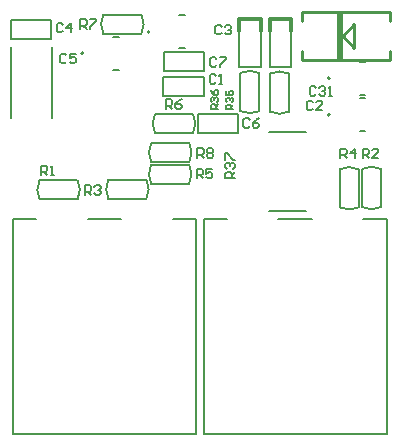
<source format=gto>
G04*
G04 #@! TF.GenerationSoftware,Altium Limited,Altium Designer,23.6.0 (18)*
G04*
G04 Layer_Color=65535*
%FSLAX44Y44*%
%MOMM*%
G71*
G04*
G04 #@! TF.SameCoordinates,C0EE57D9-4E2B-4701-80FF-B58ABC17C381*
G04*
G04*
G04 #@! TF.FilePolarity,Positive*
G04*
G01*
G75*
%ADD10C,0.2000*%
%ADD11C,0.1270*%
%ADD12C,0.2500*%
%ADD13C,0.3500*%
%ADD14C,0.1500*%
%ADD15R,0.5000X4.0000*%
D10*
X659950Y1061399D02*
G03*
X644050Y1061399I-7950J-16149D01*
G01*
Y1029101D02*
G03*
X659950Y1029101I7950J16149D01*
G01*
X616700Y1138000D02*
G03*
X616700Y1138000I-1000J0D01*
G01*
X616850Y1107250D02*
G03*
X616850Y1107250I-1000J0D01*
G01*
X625050Y1028851D02*
G03*
X640950Y1028851I7950J16149D01*
G01*
Y1061149D02*
G03*
X625050Y1061149I-7950J-16149D01*
G01*
X497649Y1067300D02*
G03*
X497649Y1083200I-16149J7950D01*
G01*
X465351D02*
G03*
X465351Y1067300I16149J-7950D01*
G01*
X497649Y1049050D02*
G03*
X497649Y1064950I-16149J7950D01*
G01*
X465351D02*
G03*
X465351Y1049050I16149J-7950D01*
G01*
X429101Y1052200D02*
G03*
X429101Y1036300I16149J-7950D01*
G01*
X461399D02*
G03*
X461399Y1052200I-16149J7950D01*
G01*
X370851Y1051700D02*
G03*
X370851Y1035800I16149J-7950D01*
G01*
X403149D02*
G03*
X403149Y1051700I-16149J7950D01*
G01*
X457149Y1176050D02*
G03*
X457149Y1191950I-16149J7950D01*
G01*
X424851D02*
G03*
X424851Y1176050I16149J-7950D01*
G01*
X408200Y1159250D02*
G03*
X408200Y1159250I-1000J0D01*
G01*
X464200Y1177500D02*
G03*
X464200Y1177500I-1000J0D01*
G01*
X468601Y1107700D02*
G03*
X468601Y1091800I16149J-7950D01*
G01*
X500899D02*
G03*
X500899Y1107700I-16149J7950D01*
G01*
X566050Y1109851D02*
G03*
X581950Y1109851I7950J16149D01*
G01*
Y1142149D02*
G03*
X566050Y1142149I-7950J-16149D01*
G01*
X541050Y1110351D02*
G03*
X556950Y1110351I7950J16149D01*
G01*
Y1142649D02*
G03*
X541050Y1142649I-7950J-16149D01*
G01*
X644000Y1029250D02*
Y1061250D01*
X660000Y1029250D02*
Y1061250D01*
X641000Y1029000D02*
Y1061000D01*
X625000Y1029000D02*
Y1061000D01*
X476500Y1160000D02*
X510500D01*
Y1144000D02*
Y1160000D01*
X476500Y1144000D02*
X510500D01*
X476500D02*
Y1160000D01*
X380500Y1171750D02*
Y1187750D01*
X346500D02*
X380500D01*
X346500Y1171750D02*
Y1187750D01*
Y1171750D02*
X380500D01*
X505250Y1091500D02*
Y1107500D01*
Y1091500D02*
X539250D01*
Y1107500D01*
X505250D02*
X539250D01*
X465500Y1083250D02*
X497500D01*
X465500Y1067250D02*
X497500D01*
X465500Y1065000D02*
X497500D01*
X465500Y1049000D02*
X497500D01*
X429250Y1036250D02*
X461250D01*
X429250Y1052250D02*
X461250D01*
X371000Y1035750D02*
X403000D01*
X371000Y1051750D02*
X403000D01*
X425000Y1192000D02*
X457000D01*
X425000Y1176000D02*
X457000D01*
X468750Y1091750D02*
X500750D01*
X468750Y1107750D02*
X500750D01*
X475750Y1123250D02*
Y1139250D01*
Y1123250D02*
X509750D01*
Y1139250D01*
X475750D02*
X509750D01*
X582000Y1110000D02*
Y1142000D01*
X566000Y1110000D02*
Y1142000D01*
X557000Y1110500D02*
Y1142500D01*
X541000Y1110500D02*
Y1142500D01*
X558000Y1148000D02*
Y1178000D01*
X540000Y1148000D02*
Y1178000D01*
Y1148000D02*
X558000D01*
X584000D02*
Y1178000D01*
X566000Y1148000D02*
Y1178000D01*
Y1148000D02*
X584000D01*
D11*
X565400Y1092750D02*
X596600D01*
X565400Y1025750D02*
X596600D01*
X641800Y1152000D02*
X646700D01*
X641800Y1124000D02*
X646700D01*
X641950Y1121250D02*
X646850D01*
X641950Y1093250D02*
X646850D01*
X483530Y1019250D02*
X503250D01*
X348250D02*
X367970D01*
X411530D02*
X439970D01*
X503250Y837250D02*
Y1019250D01*
X348250Y837250D02*
Y1019250D01*
Y837250D02*
X503250D01*
X509750D02*
X664750D01*
X509750D02*
Y1019250D01*
X664750Y837250D02*
Y1019250D01*
X573030D02*
X601470D01*
X509750D02*
X529470D01*
X645030D02*
X664750D01*
X433300Y1145250D02*
X438200D01*
X433300Y1173250D02*
X438200D01*
X489300Y1163500D02*
X494200D01*
X489300Y1191500D02*
X494200D01*
X381500Y1104750D02*
Y1164750D01*
X346500Y1104750D02*
Y1164750D01*
D12*
X593000Y1154000D02*
X668000D01*
X593000Y1194000D02*
X668000D01*
X627500Y1174000D02*
X637500Y1164000D01*
Y1184000D01*
X627500Y1174000D02*
X637500Y1184000D01*
X668000Y1154000D02*
Y1161500D01*
Y1186500D02*
Y1194000D01*
X593000Y1186500D02*
Y1194000D01*
Y1154000D02*
Y1161500D01*
D13*
X540000Y1188000D02*
X558000D01*
X540000Y1178000D02*
Y1188000D01*
X558000Y1178000D02*
Y1188000D01*
X566000D02*
X584000D01*
X566000Y1178000D02*
Y1188000D01*
X584000Y1178000D02*
Y1188000D01*
D14*
X536249Y1053337D02*
X528251D01*
Y1057336D01*
X529584Y1058668D01*
X532250D01*
X533583Y1057336D01*
Y1053337D01*
Y1056003D02*
X536249Y1058668D01*
X529584Y1061334D02*
X528251Y1062667D01*
Y1065333D01*
X529584Y1066666D01*
X530917D01*
X532250Y1065333D01*
Y1064000D01*
Y1065333D01*
X533583Y1066666D01*
X534916D01*
X536249Y1065333D01*
Y1062667D01*
X534916Y1061334D01*
X528251Y1069332D02*
Y1074663D01*
X529584D01*
X534916Y1069332D01*
X536249D01*
X625602Y1070610D02*
Y1078607D01*
X629601D01*
X630934Y1077274D01*
Y1074609D01*
X629601Y1073276D01*
X625602D01*
X628268D02*
X630934Y1070610D01*
X637598D02*
Y1078607D01*
X633599Y1074609D01*
X638931D01*
X644335Y1070501D02*
Y1078499D01*
X648334D01*
X649667Y1077166D01*
Y1074500D01*
X648334Y1073167D01*
X644335D01*
X647001D02*
X649667Y1070501D01*
X657664D02*
X652333D01*
X657664Y1075833D01*
Y1077166D01*
X656332Y1078499D01*
X653666D01*
X652333Y1077166D01*
X604901Y1129916D02*
X603568Y1131249D01*
X600903D01*
X599570Y1129916D01*
Y1124584D01*
X600903Y1123251D01*
X603568D01*
X604901Y1124584D01*
X607567Y1129916D02*
X608900Y1131249D01*
X611566D01*
X612899Y1129916D01*
Y1128583D01*
X611566Y1127250D01*
X610233D01*
X611566D01*
X612899Y1125917D01*
Y1124584D01*
X611566Y1123251D01*
X608900D01*
X607567Y1124584D01*
X615564Y1123251D02*
X618230D01*
X616897D01*
Y1131249D01*
X615564Y1129916D01*
X602317Y1117666D02*
X600984Y1118999D01*
X598318D01*
X596986Y1117666D01*
Y1112334D01*
X598318Y1111001D01*
X600984D01*
X602317Y1112334D01*
X610314Y1111001D02*
X604983D01*
X610314Y1116333D01*
Y1117666D01*
X608982Y1118999D01*
X606316D01*
X604983Y1117666D01*
X521999Y1112003D02*
X516001D01*
Y1115002D01*
X517001Y1116001D01*
X519000D01*
X520000Y1115002D01*
Y1112003D01*
Y1114002D02*
X521999Y1116001D01*
X517001Y1118001D02*
X516001Y1119000D01*
Y1121000D01*
X517001Y1121999D01*
X518000D01*
X519000Y1121000D01*
Y1120000D01*
Y1121000D01*
X520000Y1121999D01*
X520999D01*
X521999Y1121000D01*
Y1119000D01*
X520999Y1118001D01*
X516001Y1127997D02*
X517001Y1125998D01*
X519000Y1123999D01*
X520999D01*
X521999Y1124998D01*
Y1126998D01*
X520999Y1127997D01*
X520000D01*
X519000Y1126998D01*
Y1123999D01*
X534999Y1111753D02*
X529001D01*
Y1114752D01*
X530001Y1115751D01*
X532000D01*
X533000Y1114752D01*
Y1111753D01*
Y1113752D02*
X534999Y1115751D01*
X530001Y1117751D02*
X529001Y1118750D01*
Y1120750D01*
X530001Y1121749D01*
X531000D01*
X532000Y1120750D01*
Y1119750D01*
Y1120750D01*
X533000Y1121749D01*
X533999D01*
X534999Y1120750D01*
Y1118750D01*
X533999Y1117751D01*
X529001Y1127747D02*
Y1123749D01*
X532000D01*
X531000Y1125748D01*
Y1126748D01*
X532000Y1127747D01*
X533999D01*
X534999Y1126748D01*
Y1124748D01*
X533999Y1123749D01*
X504585Y1070751D02*
Y1078749D01*
X508584D01*
X509917Y1077416D01*
Y1074750D01*
X508584Y1073417D01*
X504585D01*
X507251D02*
X509917Y1070751D01*
X512583Y1077416D02*
X513916Y1078749D01*
X516582D01*
X517915Y1077416D01*
Y1076083D01*
X516582Y1074750D01*
X517915Y1073417D01*
Y1072084D01*
X516582Y1070751D01*
X513916D01*
X512583Y1072084D01*
Y1073417D01*
X513916Y1074750D01*
X512583Y1076083D01*
Y1077416D01*
X513916Y1074750D02*
X516582D01*
X405336Y1180001D02*
Y1187999D01*
X409334D01*
X410667Y1186666D01*
Y1184000D01*
X409334Y1182667D01*
X405336D01*
X408001D02*
X410667Y1180001D01*
X413333Y1187999D02*
X418665D01*
Y1186666D01*
X413333Y1181334D01*
Y1180001D01*
X477836Y1112251D02*
Y1120249D01*
X481834D01*
X483167Y1118916D01*
Y1116250D01*
X481834Y1114917D01*
X477836D01*
X480501D02*
X483167Y1112251D01*
X491165Y1120249D02*
X488499Y1118916D01*
X485833Y1116250D01*
Y1113584D01*
X487166Y1112251D01*
X489832D01*
X491165Y1113584D01*
Y1114917D01*
X489832Y1116250D01*
X485833D01*
X503835Y1053501D02*
Y1061499D01*
X507834D01*
X509167Y1060166D01*
Y1057500D01*
X507834Y1056167D01*
X503835D01*
X506501D02*
X509167Y1053501D01*
X517164Y1061499D02*
X511833D01*
Y1057500D01*
X514499Y1058833D01*
X515832D01*
X517164Y1057500D01*
Y1054834D01*
X515832Y1053501D01*
X513166D01*
X511833Y1054834D01*
X409336Y1039501D02*
Y1047499D01*
X413334D01*
X414667Y1046166D01*
Y1043500D01*
X413334Y1042167D01*
X409336D01*
X412001D02*
X414667Y1039501D01*
X417333Y1046166D02*
X418666Y1047499D01*
X421332D01*
X422664Y1046166D01*
Y1044833D01*
X421332Y1043500D01*
X419999D01*
X421332D01*
X422664Y1042167D01*
Y1040834D01*
X421332Y1039501D01*
X418666D01*
X417333Y1040834D01*
X372168Y1056251D02*
Y1064249D01*
X376167D01*
X377500Y1062916D01*
Y1060250D01*
X376167Y1058917D01*
X372168D01*
X374834D02*
X377500Y1056251D01*
X380166D02*
X382832D01*
X381499D01*
Y1064249D01*
X380166Y1062916D01*
X520667Y1154666D02*
X519334Y1155999D01*
X516668D01*
X515336Y1154666D01*
Y1149334D01*
X516668Y1148001D01*
X519334D01*
X520667Y1149334D01*
X523333Y1155999D02*
X528665D01*
Y1154666D01*
X523333Y1149334D01*
Y1148001D01*
X548667Y1103037D02*
X547334Y1104370D01*
X544669D01*
X543336Y1103037D01*
Y1097706D01*
X544669Y1096373D01*
X547334D01*
X548667Y1097706D01*
X556665Y1104370D02*
X553999Y1103037D01*
X551333Y1100371D01*
Y1097706D01*
X552666Y1096373D01*
X555332D01*
X556665Y1097706D01*
Y1099038D01*
X555332Y1100371D01*
X551333D01*
X393667Y1157666D02*
X392334Y1158999D01*
X389668D01*
X388335Y1157666D01*
Y1152334D01*
X389668Y1151001D01*
X392334D01*
X393667Y1152334D01*
X401665Y1158999D02*
X396333D01*
Y1155000D01*
X398999Y1156333D01*
X400332D01*
X401665Y1155000D01*
Y1152334D01*
X400332Y1151001D01*
X397666D01*
X396333Y1152334D01*
X390667Y1183666D02*
X389334Y1184999D01*
X386668D01*
X385336Y1183666D01*
Y1178334D01*
X386668Y1177001D01*
X389334D01*
X390667Y1178334D01*
X397332Y1177001D02*
Y1184999D01*
X393333Y1181000D01*
X398665D01*
X525167Y1181916D02*
X523834Y1183249D01*
X521168D01*
X519836Y1181916D01*
Y1176584D01*
X521168Y1175251D01*
X523834D01*
X525167Y1176584D01*
X527833Y1181916D02*
X529166Y1183249D01*
X531832D01*
X533164Y1181916D01*
Y1180583D01*
X531832Y1179250D01*
X530499D01*
X531832D01*
X533164Y1177917D01*
Y1176584D01*
X531832Y1175251D01*
X529166D01*
X527833Y1176584D01*
X520250Y1140166D02*
X518917Y1141499D01*
X516251D01*
X514918Y1140166D01*
Y1134834D01*
X516251Y1133501D01*
X518917D01*
X520250Y1134834D01*
X522916Y1133501D02*
X525582D01*
X524249D01*
Y1141499D01*
X522916Y1140166D01*
D15*
X625503Y1174000D02*
D03*
M02*

</source>
